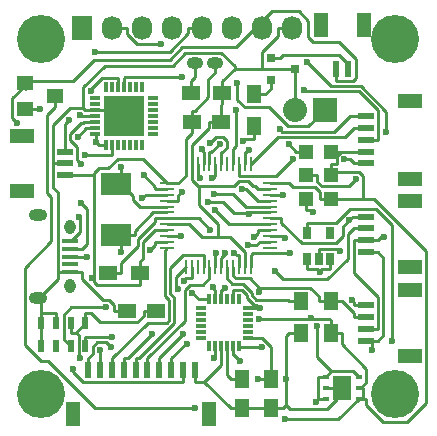
<source format=gtl>
G04 #@! TF.FileFunction,Copper,L1,Top,Signal*
%FSLAX46Y46*%
G04 Gerber Fmt 4.6, Leading zero omitted, Abs format (unit mm)*
G04 Created by KiCad (PCBNEW (after 2015-mar-04 BZR unknown)-product) date 20/07/2015 3:05:55 PM*
%MOMM*%
G01*
G04 APERTURE LIST*
%ADD10C,0.100000*%
%ADD11R,1.727200X2.032000*%
%ADD12O,1.727200X2.032000*%
%ADD13R,0.600000X1.350000*%
%ADD14R,1.200000X2.000000*%
%ADD15R,1.350000X0.600000*%
%ADD16R,2.000000X1.200000*%
%ADD17R,0.950000X0.299000*%
%ADD18R,0.299000X0.950000*%
%ADD19R,3.350000X3.350000*%
%ADD20R,0.850000X0.299000*%
%ADD21R,0.299000X0.850000*%
%ADD22C,4.064000*%
%ADD23R,2.032000X2.032000*%
%ADD24O,2.032000X2.032000*%
%ADD25O,1.400000X1.000000*%
%ADD26R,0.500000X1.000000*%
%ADD27R,0.600000X0.350000*%
%ADD28R,1.600000X2.100000*%
%ADD29R,0.650000X1.060000*%
%ADD30R,1.400000X1.200000*%
%ADD31R,2.600000X1.900000*%
%ADD32R,1.500000X1.250000*%
%ADD33R,1.250000X1.500000*%
%ADD34R,1.350000X0.400000*%
%ADD35O,0.950000X1.250000*%
%ADD36O,1.550000X1.000000*%
%ADD37R,1.198880X1.198880*%
%ADD38R,0.800100X0.800100*%
%ADD39R,1.300000X1.500000*%
%ADD40R,1.500000X1.300000*%
%ADD41R,1.300000X0.250000*%
%ADD42R,0.250000X1.300000*%
%ADD43C,0.600000*%
%ADD44C,0.250000*%
G04 APERTURE END LIST*
D10*
D11*
X134500000Y-130000000D03*
D12*
X137040000Y-130000000D03*
X139580000Y-130000000D03*
X142120000Y-130000000D03*
X144660000Y-130000000D03*
X147200000Y-130000000D03*
X149740000Y-130000000D03*
X152280000Y-130000000D03*
D13*
X156000000Y-133500000D03*
X157000000Y-133500000D03*
D14*
X154700000Y-129800000D03*
X158300000Y-129800000D03*
D15*
X158500000Y-153500000D03*
X158500000Y-154500000D03*
X158500000Y-155500000D03*
X158500000Y-156500000D03*
D16*
X162200000Y-152200000D03*
X162200000Y-157800000D03*
D15*
X158500000Y-146000000D03*
X158500000Y-147000000D03*
X158500000Y-148000000D03*
X158500000Y-149000000D03*
D16*
X162200000Y-144700000D03*
X162200000Y-150300000D03*
D15*
X158500000Y-137500000D03*
X158500000Y-138500000D03*
X158500000Y-139500000D03*
X158500000Y-140500000D03*
X158500000Y-141500000D03*
D16*
X162200000Y-136200000D03*
X162200000Y-142800000D03*
D15*
X133000000Y-140500000D03*
X133000000Y-141500000D03*
X133000000Y-142500000D03*
D16*
X129400000Y-139200000D03*
X129400000Y-143800000D03*
D13*
X135000000Y-159000000D03*
X136000000Y-159000000D03*
X137000000Y-159000000D03*
X138000000Y-159000000D03*
X139000000Y-159000000D03*
X140000000Y-159000000D03*
X141000000Y-159000000D03*
X142000000Y-159000000D03*
X143000000Y-159000000D03*
X144000000Y-159000000D03*
D14*
X145200000Y-162700000D03*
X133700000Y-162700000D03*
D17*
X135550000Y-136000000D03*
X135550000Y-136500000D03*
X135550000Y-137000000D03*
X135550000Y-137500000D03*
X135550000Y-138000000D03*
X135550000Y-138500000D03*
X135550000Y-139000000D03*
D18*
X136500000Y-139950000D03*
X137000000Y-139950000D03*
X137500000Y-139950000D03*
X138000000Y-139950000D03*
X138500000Y-139950000D03*
X139000000Y-139950000D03*
X139500000Y-139950000D03*
D17*
X140450000Y-139000000D03*
X140450000Y-138500000D03*
X140450000Y-138000000D03*
X140450000Y-137500000D03*
X140450000Y-137000000D03*
X140450000Y-136500000D03*
X140450000Y-136000000D03*
D18*
X139500000Y-135050000D03*
X139000000Y-135050000D03*
X138500000Y-135050000D03*
X138000000Y-135050000D03*
X137500000Y-135050000D03*
X137000000Y-135050000D03*
X136500000Y-135050000D03*
D19*
X138000000Y-137500000D03*
D20*
X144500000Y-153750000D03*
X144500000Y-154250000D03*
X144500000Y-154750000D03*
X144500000Y-155250000D03*
X144500000Y-155750000D03*
X144500000Y-156250000D03*
D21*
X145250000Y-157000000D03*
X145750000Y-157000000D03*
X146250000Y-157000000D03*
X146750000Y-157000000D03*
X147250000Y-157000000D03*
X147750000Y-157000000D03*
D20*
X148500000Y-156250000D03*
X148500000Y-155750000D03*
X148500000Y-155250000D03*
X148500000Y-154750000D03*
X148500000Y-154250000D03*
X148500000Y-153750000D03*
D21*
X147750000Y-153000000D03*
X147250000Y-153000000D03*
X146750000Y-153000000D03*
X146250000Y-153000000D03*
X145750000Y-153000000D03*
X145250000Y-153000000D03*
D22*
X131000000Y-161000000D03*
D23*
X155000000Y-137000000D03*
D24*
X152460000Y-137000000D03*
D25*
X144000000Y-133000000D03*
X145700000Y-133000000D03*
D22*
X161000000Y-161000000D03*
X131000000Y-131000000D03*
X161000000Y-131000000D03*
D26*
X134750000Y-155000000D03*
X133500000Y-155000000D03*
X132250000Y-155000000D03*
X131000000Y-155000000D03*
X131000000Y-157000000D03*
X132250000Y-157000000D03*
X133500000Y-157000000D03*
X134750000Y-157000000D03*
D27*
X155100000Y-159550000D03*
X155100000Y-161450000D03*
X155100000Y-160500000D03*
X157900000Y-161450000D03*
X157900000Y-160500000D03*
X157900000Y-159550000D03*
D28*
X156500000Y-160500000D03*
D29*
X153550000Y-149600000D03*
X154500000Y-149600000D03*
X155450000Y-149600000D03*
X155450000Y-147400000D03*
X153550000Y-147400000D03*
D30*
X129600000Y-134700000D03*
X129600000Y-136900000D03*
X132200000Y-135800000D03*
D31*
X137300000Y-147550000D03*
X137300000Y-143250000D03*
D32*
X140750000Y-154000000D03*
X138250000Y-154000000D03*
D33*
X148000000Y-159750000D03*
X148000000Y-162250000D03*
X150500000Y-159750000D03*
X150500000Y-162250000D03*
D32*
X143750000Y-138000000D03*
X146250000Y-138000000D03*
D34*
X133462540Y-148099100D03*
X133462540Y-148749100D03*
X133462540Y-149399100D03*
X133462540Y-150049100D03*
X133462540Y-150699100D03*
D35*
X133462540Y-146899100D03*
X133462540Y-151899100D03*
D36*
X130762540Y-145899100D03*
X130762540Y-152899100D03*
D37*
X153450980Y-140500000D03*
X155549020Y-140500000D03*
X153450980Y-144500000D03*
X155549020Y-144500000D03*
X153450980Y-142500000D03*
X155549020Y-142500000D03*
D38*
X150499240Y-132550000D03*
X150499240Y-134450000D03*
X152498220Y-133500000D03*
D39*
X149000000Y-138350000D03*
X149000000Y-135650000D03*
X155500000Y-155850000D03*
X155500000Y-153150000D03*
D40*
X139350000Y-150800000D03*
X136650000Y-150800000D03*
D39*
X153000000Y-153150000D03*
X153000000Y-155850000D03*
D40*
X143650000Y-135500000D03*
X146350000Y-135500000D03*
D41*
X141650000Y-143150000D03*
X141650000Y-143650000D03*
X141650000Y-144150000D03*
X141650000Y-144650000D03*
X141650000Y-145150000D03*
X141650000Y-145650000D03*
X141650000Y-146150000D03*
X141650000Y-146650000D03*
X141650000Y-147150000D03*
X141650000Y-147650000D03*
X141650000Y-148150000D03*
X141650000Y-148650000D03*
D42*
X143250000Y-150250000D03*
X143750000Y-150250000D03*
X144250000Y-150250000D03*
X144750000Y-150250000D03*
X145250000Y-150250000D03*
X145750000Y-150250000D03*
X146250000Y-150250000D03*
X146750000Y-150250000D03*
X147250000Y-150250000D03*
X147750000Y-150250000D03*
X148250000Y-150250000D03*
X148750000Y-150250000D03*
D41*
X150350000Y-148650000D03*
X150350000Y-148150000D03*
X150350000Y-147650000D03*
X150350000Y-147150000D03*
X150350000Y-146650000D03*
X150350000Y-146150000D03*
X150350000Y-145650000D03*
X150350000Y-145150000D03*
X150350000Y-144650000D03*
X150350000Y-144150000D03*
X150350000Y-143650000D03*
X150350000Y-143150000D03*
D42*
X148750000Y-141550000D03*
X148250000Y-141550000D03*
X147750000Y-141550000D03*
X147250000Y-141550000D03*
X146750000Y-141550000D03*
X146250000Y-141550000D03*
X145750000Y-141550000D03*
X145250000Y-141550000D03*
X144750000Y-141550000D03*
X144250000Y-141550000D03*
X143750000Y-141550000D03*
X143250000Y-141550000D03*
D43*
X160697400Y-156579200D03*
X149364700Y-159750000D03*
X134289900Y-158015300D03*
X156671900Y-141156500D03*
X159024200Y-157308600D03*
X151750000Y-159752600D03*
X149509600Y-153750000D03*
X156286100Y-148950400D03*
X144049300Y-162218700D03*
X154244500Y-161680200D03*
X154343300Y-155293500D03*
X154592100Y-150667100D03*
X151675100Y-163182500D03*
X152049700Y-149107000D03*
X145620700Y-157939300D03*
X146577600Y-152017300D03*
X149451700Y-154655500D03*
X153866000Y-154568700D03*
X135342000Y-151241900D03*
X137741100Y-149023500D03*
X134126600Y-139249200D03*
X137740300Y-141795000D03*
X130878900Y-136900000D03*
X135646200Y-139682600D03*
X134227600Y-146053000D03*
X134336500Y-144883500D03*
X134336500Y-141514500D03*
X134888400Y-149399100D03*
X134279700Y-137442100D03*
X160060400Y-147762900D03*
X128930000Y-138050000D03*
X133664600Y-158948000D03*
X151994900Y-139899500D03*
X154037300Y-145608400D03*
X157633000Y-142853400D03*
X147825300Y-158244400D03*
X147619400Y-134724100D03*
X145708400Y-145460800D03*
X145636300Y-144061600D03*
X135580400Y-132041100D03*
X145303100Y-139777500D03*
X145506100Y-142760300D03*
X144635200Y-140241600D03*
X141169800Y-131379100D03*
X144439500Y-142707100D03*
X142801000Y-147650000D03*
X136887300Y-157007000D03*
X140256800Y-148840200D03*
X136001400Y-157276100D03*
X142551800Y-152092500D03*
X140389100Y-155969100D03*
X145769300Y-149093900D03*
X143045400Y-155964600D03*
X143349900Y-156765000D03*
X146569700Y-149089600D03*
X157054500Y-146331900D03*
X160240100Y-138804900D03*
X153505100Y-132943600D03*
X142885000Y-134159100D03*
X135234400Y-135331000D03*
X133386700Y-137794200D03*
X148633300Y-145776300D03*
X150793400Y-150642000D03*
X145113900Y-144796400D03*
X157324200Y-153081500D03*
X147370100Y-149099500D03*
X143808100Y-152442200D03*
X136521700Y-153698500D03*
X145592400Y-151958300D03*
X137028900Y-156174700D03*
X149486700Y-152409900D03*
X148021800Y-143633400D03*
X148107700Y-139602400D03*
X148558000Y-140379600D03*
X139687200Y-142492900D03*
X139558800Y-144458700D03*
X142892700Y-143894700D03*
X151642500Y-147855200D03*
X149014000Y-147765700D03*
X151515700Y-144150000D03*
X151209200Y-138619300D03*
X145312400Y-147107500D03*
X153245900Y-135258800D03*
X146103500Y-139888100D03*
X143060800Y-151420600D03*
X147525800Y-136959700D03*
X152306400Y-141137800D03*
X134739000Y-140750300D03*
X148554100Y-148437800D03*
X149676400Y-157072200D03*
D44*
X133500000Y-155000000D02*
X133500000Y-155825300D01*
X153550000Y-147400000D02*
X153550000Y-146544700D01*
X150500000Y-159750000D02*
X150500000Y-158674700D01*
X150500000Y-159750000D02*
X149549700Y-159750000D01*
X149738600Y-156250000D02*
X148500000Y-156250000D01*
X150500000Y-157011400D02*
X149738600Y-156250000D01*
X150500000Y-158674700D02*
X150500000Y-157011400D01*
X149549700Y-159750000D02*
X149364700Y-159750000D01*
X134750000Y-155000000D02*
X134750000Y-154174700D01*
X135181400Y-154174700D02*
X134750000Y-154174700D01*
X135957000Y-154950300D02*
X135181400Y-154174700D01*
X139148400Y-154950300D02*
X135957000Y-154950300D01*
X139674700Y-154424000D02*
X139148400Y-154950300D01*
X139674700Y-154000000D02*
X139674700Y-154424000D01*
X140750000Y-154000000D02*
X139674700Y-154000000D01*
X155938600Y-146544700D02*
X153550000Y-146544700D01*
X157113000Y-145370300D02*
X155938600Y-146544700D01*
X159371700Y-145370300D02*
X157113000Y-145370300D01*
X160697400Y-146696000D02*
X159371700Y-145370300D01*
X160697400Y-156579200D02*
X160697400Y-146696000D01*
X133500000Y-155825300D02*
X133924700Y-155825300D01*
X133924700Y-155825300D02*
X134750000Y-155000000D01*
X134165800Y-157891200D02*
X134289900Y-158015300D01*
X134165800Y-156066400D02*
X134165800Y-157891200D01*
X133924700Y-155825300D02*
X134165800Y-156066400D01*
X152498200Y-133500000D02*
X152498200Y-134225400D01*
X146350000Y-135875000D02*
X146350000Y-136475300D01*
X146250000Y-136575300D02*
X146250000Y-138000000D01*
X146350000Y-136475300D02*
X146250000Y-136575300D01*
X146350000Y-135875000D02*
X146350000Y-135500000D01*
X146350000Y-135500000D02*
X146350000Y-134524700D01*
X152460000Y-137000000D02*
X152460000Y-135658700D01*
X147250000Y-153000000D02*
X147250000Y-152249700D01*
X150350000Y-143650000D02*
X149374700Y-143650000D01*
X143750000Y-142037600D02*
X143750000Y-142525300D01*
X146250000Y-138000000D02*
X145174700Y-138000000D01*
X143750000Y-142037600D02*
X143750000Y-141550000D01*
X143750000Y-139951700D02*
X143750000Y-140574700D01*
X145174700Y-138527000D02*
X143750000Y-139951700D01*
X145174700Y-138000000D02*
X145174700Y-138527000D01*
X143750000Y-141550000D02*
X143750000Y-140574700D01*
X158500000Y-149000000D02*
X159500300Y-149000000D01*
X138250000Y-154000000D02*
X137174700Y-154000000D01*
X133462500Y-150699100D02*
X134462800Y-150699100D01*
X137500000Y-137000000D02*
X135550000Y-137000000D01*
X138000000Y-137500000D02*
X137500000Y-137000000D01*
X135550000Y-137000000D02*
X134749700Y-137000000D01*
X144000000Y-159000000D02*
X144000000Y-160000300D01*
X146250000Y-158558700D02*
X144808400Y-160000300D01*
X146250000Y-157000000D02*
X146250000Y-158558700D01*
X144808400Y-160000300D02*
X144000000Y-160000300D01*
X150500000Y-162250000D02*
X148000000Y-162250000D01*
X147049700Y-162241600D02*
X144808400Y-160000300D01*
X147049700Y-162250000D02*
X147049700Y-162241600D01*
X148000000Y-162250000D02*
X147049700Y-162250000D01*
X158500000Y-141500000D02*
X157499700Y-141500000D01*
X153000000Y-155850000D02*
X152024700Y-155850000D01*
X152498200Y-133500000D02*
X151772900Y-133500000D01*
X147383800Y-133490900D02*
X146350000Y-134524700D01*
X152280000Y-130000000D02*
X151091100Y-130000000D01*
X151091100Y-130691900D02*
X151091100Y-130000000D01*
X149741300Y-132041700D02*
X151091100Y-130691900D01*
X149741300Y-133490900D02*
X149741300Y-132041700D01*
X147383800Y-133490900D02*
X149741300Y-133490900D01*
X151763800Y-133490900D02*
X151772900Y-133500000D01*
X149741300Y-133490900D02*
X151763800Y-133490900D01*
X158500000Y-156500000D02*
X159009200Y-156500000D01*
X159009200Y-156500000D02*
X159500300Y-156500000D01*
X159009200Y-157293600D02*
X159024200Y-157308600D01*
X159009200Y-156500000D02*
X159009200Y-157293600D01*
X133462500Y-150699100D02*
X132462200Y-150699100D01*
X130762500Y-152899100D02*
X130854600Y-152899100D01*
X130854600Y-152899100D02*
X130946700Y-152899100D01*
X152460000Y-134263600D02*
X152460000Y-135658700D01*
X152498200Y-134225400D02*
X152460000Y-134263600D01*
X148500000Y-153750000D02*
X149250300Y-153750000D01*
X156500000Y-160500000D02*
X156500000Y-160837400D01*
X155100000Y-160500000D02*
X155725300Y-160500000D01*
X151750000Y-156124700D02*
X151750000Y-159752600D01*
X152024700Y-155850000D02*
X151750000Y-156124700D01*
X150500000Y-162250000D02*
X151450300Y-162250000D01*
X156500000Y-160837400D02*
X156062700Y-160837400D01*
X156062700Y-160837400D02*
X155725300Y-160500000D01*
X151750000Y-159752600D02*
X151750000Y-161950300D01*
X151750000Y-161950300D02*
X151450300Y-162250000D01*
X132250000Y-155000000D02*
X132250000Y-154174700D01*
X131000000Y-154174700D02*
X132250000Y-154174700D01*
X131000000Y-152952400D02*
X131000000Y-154174700D01*
X130946700Y-152899100D02*
X131000000Y-152952400D01*
X131000000Y-154174700D02*
X131000000Y-155000000D01*
X131000000Y-157000000D02*
X131000000Y-155000000D01*
X133000000Y-141500000D02*
X131999700Y-141500000D01*
X131999700Y-138268200D02*
X131999700Y-141500000D01*
X133451100Y-136816800D02*
X131999700Y-138268200D01*
X134566500Y-136816800D02*
X133451100Y-136816800D01*
X134566500Y-136816800D02*
X134749700Y-137000000D01*
X132462200Y-151291500D02*
X132462200Y-150699100D01*
X130854600Y-152899100D02*
X132462200Y-151291500D01*
X149250300Y-153750000D02*
X149509600Y-153750000D01*
X149250300Y-153558600D02*
X149250300Y-153750000D01*
X149177200Y-153485500D02*
X149250300Y-153558600D01*
X149041100Y-153485500D02*
X149177200Y-153485500D01*
X148411100Y-152855500D02*
X149041100Y-153485500D01*
X148411100Y-152625100D02*
X148411100Y-152855500D01*
X148035700Y-152249700D02*
X148411100Y-152625100D01*
X147250000Y-152249700D02*
X148035700Y-152249700D01*
X156062700Y-161433800D02*
X156062700Y-160837400D01*
X155191000Y-162305500D02*
X156062700Y-161433800D01*
X152105200Y-162305500D02*
X155191000Y-162305500D01*
X151750000Y-161950300D02*
X152105200Y-162305500D01*
X156080400Y-148744700D02*
X154500000Y-148744700D01*
X156286100Y-148950400D02*
X156080400Y-148744700D01*
X154500000Y-149600000D02*
X154500000Y-148744700D01*
X132462200Y-143991300D02*
X132462200Y-150699100D01*
X131999700Y-143528800D02*
X132462200Y-143991300D01*
X131999700Y-141500000D02*
X131999700Y-143528800D01*
X134566500Y-135067600D02*
X134566500Y-136816800D01*
X136410900Y-133223200D02*
X134566500Y-135067600D01*
X142125200Y-133223200D02*
X136410900Y-133223200D01*
X143209200Y-132139200D02*
X142125200Y-133223200D01*
X146247500Y-132139200D02*
X143209200Y-132139200D01*
X147383800Y-133275500D02*
X146247500Y-132139200D01*
X147383800Y-133490900D02*
X147383800Y-133275500D01*
X134462800Y-151288100D02*
X134462800Y-150699100D01*
X136247900Y-153073200D02*
X134462800Y-151288100D01*
X136780800Y-153073200D02*
X136247900Y-153073200D01*
X137174700Y-153467100D02*
X136780800Y-153073200D01*
X137174700Y-154000000D02*
X137174700Y-153467100D01*
X157156200Y-141156500D02*
X156671900Y-141156500D01*
X157499700Y-141500000D02*
X157156200Y-141156500D01*
X143750000Y-142901900D02*
X143750000Y-142525300D01*
X144356000Y-143507800D02*
X143750000Y-142901900D01*
X144429800Y-143434000D02*
X144356000Y-143507800D01*
X144446300Y-143434000D02*
X144429800Y-143434000D01*
X144461500Y-143418800D02*
X144446300Y-143434000D01*
X147352100Y-143418800D02*
X144461500Y-143418800D01*
X147762800Y-143008100D02*
X147352100Y-143418800D01*
X148491200Y-143008100D02*
X147762800Y-143008100D01*
X148901900Y-143418800D02*
X148491200Y-143008100D01*
X149143500Y-143418800D02*
X148901900Y-143418800D01*
X149374700Y-143650000D02*
X149143500Y-143418800D01*
X145960500Y-146638900D02*
X145960500Y-147735300D01*
X144355900Y-145034300D02*
X145960500Y-146638900D01*
X144355900Y-143507900D02*
X144355900Y-145034300D01*
X144356000Y-143507800D02*
X144355900Y-143507900D01*
X146967100Y-147735300D02*
X145960500Y-147735300D01*
X148250000Y-149018200D02*
X146967100Y-147735300D01*
X148250000Y-150250000D02*
X148250000Y-149018200D01*
X143504700Y-146650000D02*
X141650000Y-146650000D01*
X144590000Y-147735300D02*
X143504700Y-146650000D01*
X145960500Y-147735300D02*
X144590000Y-147735300D01*
X159977900Y-149477600D02*
X159500300Y-149000000D01*
X159977900Y-156022400D02*
X159977900Y-149477600D01*
X159500300Y-156500000D02*
X159977900Y-156022400D01*
X132200000Y-135800000D02*
X132200000Y-136725300D01*
X155100000Y-161450000D02*
X154474700Y-161450000D01*
X154244500Y-161680200D02*
X154474700Y-161450000D01*
X154474700Y-159550000D02*
X154474700Y-161450000D01*
X155100000Y-159550000D02*
X154474700Y-159550000D01*
X153550000Y-149600000D02*
X153550000Y-150455300D01*
X155450000Y-149600000D02*
X155450000Y-150455300D01*
X135580500Y-162218700D02*
X144049300Y-162218700D01*
X131603400Y-158241600D02*
X135580500Y-162218700D01*
X131012600Y-158241600D02*
X131603400Y-158241600D01*
X129654400Y-156883400D02*
X131012600Y-158241600D01*
X129654400Y-150314700D02*
X129654400Y-156883400D01*
X131867600Y-148101500D02*
X129654400Y-150314700D01*
X131867600Y-144351900D02*
X131867600Y-148101500D01*
X131504300Y-143988600D02*
X131867600Y-144351900D01*
X131504300Y-137421000D02*
X131504300Y-143988600D01*
X132200000Y-136725300D02*
X131504300Y-137421000D01*
X155554200Y-159095800D02*
X155100000Y-159550000D01*
X157445800Y-159095800D02*
X155554200Y-159095800D01*
X157900000Y-159550000D02*
X157445800Y-159095800D01*
X154343300Y-157884900D02*
X154343300Y-155293500D01*
X155554200Y-159095800D02*
X154343300Y-157884900D01*
X154380300Y-150455300D02*
X153550000Y-150455300D01*
X154592100Y-150667100D02*
X154380300Y-150455300D01*
X154803900Y-150455300D02*
X154592100Y-150667100D01*
X155450000Y-150455300D02*
X154803900Y-150455300D01*
X146750000Y-159450300D02*
X146750000Y-157000000D01*
X147049700Y-159750000D02*
X146750000Y-159450300D01*
X148000000Y-159750000D02*
X147049700Y-159750000D01*
X145158000Y-134367300D02*
X145700000Y-133825300D01*
X145158000Y-135879300D02*
X145158000Y-134367300D01*
X143987600Y-137049700D02*
X145158000Y-135879300D01*
X143750000Y-137049700D02*
X143987600Y-137049700D01*
X143750000Y-138000000D02*
X143750000Y-137049700D01*
X139350000Y-150800000D02*
X139350000Y-149824700D01*
X155549000Y-140500000D02*
X156473700Y-140500000D01*
X158500000Y-140500000D02*
X157499700Y-140500000D01*
X141162400Y-147150000D02*
X140674700Y-147150000D01*
X145700000Y-133000000D02*
X145700000Y-133825300D01*
X141162400Y-147150000D02*
X141650000Y-147150000D01*
X156473700Y-140500000D02*
X157499700Y-140500000D01*
X145750000Y-157000000D02*
X145750000Y-157750300D01*
X145620700Y-157879600D02*
X145620700Y-157939300D01*
X145750000Y-157750300D02*
X145620700Y-157879600D01*
X151984700Y-143150000D02*
X150350000Y-143150000D01*
X152359400Y-143524700D02*
X151984700Y-143150000D01*
X154209300Y-143524700D02*
X152359400Y-143524700D01*
X154624300Y-143939700D02*
X154209300Y-143524700D01*
X154624300Y-144500000D02*
X154624300Y-143939700D01*
X155528700Y-144500000D02*
X154624300Y-144500000D01*
X139350000Y-150800000D02*
X139350000Y-151775300D01*
X158212700Y-161450000D02*
X158212700Y-160500000D01*
X157900000Y-160500000D02*
X158056400Y-160500000D01*
X158056400Y-160500000D02*
X158212700Y-160500000D01*
X156475300Y-156825300D02*
X156475300Y-155850000D01*
X158525400Y-158875400D02*
X156475300Y-156825300D01*
X158525400Y-160031000D02*
X158525400Y-158875400D01*
X158056400Y-160500000D02*
X158525400Y-160031000D01*
X155500000Y-155850000D02*
X156475300Y-155850000D01*
X155528700Y-144500000D02*
X155549000Y-144500000D01*
X148750000Y-150250000D02*
X148750000Y-149274700D01*
X146345200Y-152249700D02*
X146577600Y-152017300D01*
X146250000Y-152249700D02*
X146345200Y-152249700D01*
X146250000Y-153000000D02*
X146250000Y-152249700D01*
X148917700Y-149107000D02*
X152049700Y-149107000D01*
X148750000Y-149274700D02*
X148917700Y-149107000D01*
X155500000Y-155850000D02*
X155500000Y-154774700D01*
X153866000Y-154655500D02*
X153866000Y-154568700D01*
X155380800Y-154655500D02*
X153866000Y-154655500D01*
X155500000Y-154774700D02*
X155380800Y-154655500D01*
X153866000Y-154655500D02*
X149451700Y-154655500D01*
X143750000Y-138000000D02*
X143750000Y-138950300D01*
X135483600Y-151241900D02*
X135342000Y-151241900D01*
X135483600Y-151500600D02*
X135483600Y-151241900D01*
X135758300Y-151775300D02*
X135483600Y-151500600D01*
X139350000Y-151775300D02*
X135758300Y-151775300D01*
X141650000Y-143150000D02*
X142625300Y-143150000D01*
X143250000Y-139450300D02*
X143750000Y-138950300D01*
X143250000Y-141550000D02*
X143250000Y-139450300D01*
X143250000Y-142525300D02*
X142625300Y-143150000D01*
X156167500Y-163182500D02*
X151675100Y-163182500D01*
X157900000Y-161450000D02*
X156167500Y-163182500D01*
X155549000Y-142500000D02*
X155549000Y-142218800D01*
X155549000Y-142218800D02*
X155549000Y-141575300D01*
X157900000Y-161450000D02*
X158212700Y-161450000D01*
X158212700Y-161450000D02*
X158525300Y-161450000D01*
X157946800Y-142218800D02*
X155549000Y-142218800D01*
X158258400Y-142530400D02*
X157946800Y-142218800D01*
X158258400Y-144500000D02*
X158258400Y-142530400D01*
X159179200Y-144500000D02*
X158258400Y-144500000D01*
X163564900Y-148885700D02*
X159179200Y-144500000D01*
X163564900Y-161779100D02*
X163564900Y-148885700D01*
X161980700Y-163363300D02*
X163564900Y-161779100D01*
X159938300Y-163363300D02*
X161980700Y-163363300D01*
X158525300Y-161950300D02*
X159938300Y-163363300D01*
X158525300Y-161450000D02*
X158525300Y-161950300D01*
X158258400Y-144500000D02*
X155549000Y-144500000D01*
X143250000Y-141550000D02*
X143250000Y-142525300D01*
X133000000Y-142500000D02*
X135513800Y-142500000D01*
X135513800Y-142296900D02*
X135513800Y-142500000D01*
X135893700Y-141917000D02*
X135513800Y-142296900D01*
X136684200Y-141917000D02*
X135893700Y-141917000D01*
X137475200Y-141126000D02*
X136684200Y-141917000D01*
X139626000Y-141126000D02*
X137475200Y-141126000D01*
X141650000Y-143150000D02*
X139626000Y-141126000D01*
X135513800Y-151211700D02*
X135483600Y-151241900D01*
X135513800Y-142500000D02*
X135513800Y-151211700D01*
X155985400Y-141575300D02*
X155549000Y-141575300D01*
X156046700Y-141514000D02*
X155985400Y-141575300D01*
X156046700Y-141415600D02*
X156046700Y-141514000D01*
X156046600Y-141415500D02*
X156046700Y-141415600D01*
X156046600Y-140897500D02*
X156046600Y-141415500D01*
X156412900Y-140531200D02*
X156046600Y-140897500D01*
X156442600Y-140531200D02*
X156412900Y-140531200D01*
X156473700Y-140500100D02*
X156442600Y-140531200D01*
X156473700Y-140500000D02*
X156473700Y-140500100D01*
X139631500Y-149543200D02*
X139350000Y-149824700D01*
X139631500Y-148193200D02*
X139631500Y-149543200D01*
X140674700Y-147150000D02*
X139631500Y-148193200D01*
X141650000Y-145650000D02*
X140674700Y-145650000D01*
X137300000Y-147550000D02*
X138112700Y-147550000D01*
X138112700Y-147550000D02*
X138925300Y-147550000D01*
X137741100Y-147921600D02*
X137741100Y-149023500D01*
X138112700Y-147550000D02*
X137741100Y-147921600D01*
X138925300Y-147229000D02*
X138925300Y-147550000D01*
X140504300Y-145650000D02*
X138925300Y-147229000D01*
X140674700Y-145650000D02*
X140504300Y-145650000D01*
X135550000Y-138500000D02*
X134749700Y-138500000D01*
X134749700Y-138626100D02*
X134126600Y-139249200D01*
X134749700Y-138500000D02*
X134749700Y-138626100D01*
X137300000Y-143250000D02*
X137706400Y-143250000D01*
X138796700Y-144272500D02*
X137740300Y-143216100D01*
X138796700Y-144593900D02*
X138796700Y-144272500D01*
X139352800Y-145150000D02*
X138796700Y-144593900D01*
X141650000Y-145150000D02*
X139352800Y-145150000D01*
X137706400Y-143250000D02*
X137740300Y-143216100D01*
X137740300Y-143216100D02*
X137740300Y-141795000D01*
X129600000Y-136900000D02*
X130625300Y-136900000D01*
X130625300Y-136900000D02*
X130878900Y-136900000D01*
X135646200Y-139096200D02*
X135550000Y-139000000D01*
X135646200Y-139682600D02*
X135646200Y-139096200D01*
X135913600Y-139950000D02*
X135646200Y-139682600D01*
X136500000Y-139950000D02*
X135913600Y-139950000D01*
X134314200Y-146139600D02*
X134227600Y-146053000D01*
X134314200Y-147333600D02*
X134314200Y-146139600D01*
X133548700Y-148099100D02*
X134314200Y-147333600D01*
X133462500Y-148099100D02*
X133548700Y-148099100D01*
X134606400Y-138000000D02*
X135550000Y-138000000D01*
X134506100Y-138100300D02*
X134606400Y-138000000D01*
X134362400Y-138100300D02*
X134506100Y-138100300D01*
X133475800Y-138986900D02*
X134362400Y-138100300D01*
X133475800Y-139514000D02*
X133475800Y-138986900D01*
X134043100Y-140081300D02*
X133475800Y-139514000D01*
X134043100Y-141221100D02*
X134043100Y-140081300D01*
X134336500Y-141514500D02*
X134043100Y-141221100D01*
X133462500Y-148749100D02*
X134462800Y-148749100D01*
X134852900Y-145399900D02*
X134336500Y-144883500D01*
X134852900Y-148359000D02*
X134852900Y-145399900D01*
X134462800Y-148749100D02*
X134852900Y-148359000D01*
X134337600Y-137500000D02*
X135550000Y-137500000D01*
X134279700Y-137442100D02*
X134337600Y-137500000D01*
X133462500Y-149399100D02*
X134888400Y-149399100D01*
X149740000Y-130000000D02*
X149145600Y-130000000D01*
X157441500Y-134500300D02*
X156000000Y-134500300D01*
X157677600Y-134264200D02*
X157441500Y-134500300D01*
X157677600Y-132648100D02*
X157677600Y-134264200D01*
X156225100Y-131195600D02*
X157677600Y-132648100D01*
X154033500Y-131195600D02*
X156225100Y-131195600D01*
X153610700Y-130772800D02*
X154033500Y-131195600D01*
X153610700Y-129426000D02*
X153610700Y-130772800D01*
X152818200Y-128633500D02*
X153610700Y-129426000D01*
X150512100Y-128633500D02*
X152818200Y-128633500D01*
X149145600Y-130000000D02*
X150512100Y-128633500D01*
X156000000Y-133500000D02*
X156000000Y-134500300D01*
X159737400Y-147762900D02*
X160060400Y-147762900D01*
X159500300Y-148000000D02*
X159737400Y-147762900D01*
X147482300Y-131663300D02*
X149145600Y-130000000D01*
X142927500Y-131663300D02*
X147482300Y-131663300D01*
X141870000Y-132720800D02*
X142927500Y-131663300D01*
X135507800Y-132720800D02*
X141870000Y-132720800D01*
X133672600Y-134556000D02*
X135507800Y-132720800D01*
X130206600Y-134556000D02*
X133672600Y-134556000D01*
X129600000Y-135162600D02*
X130206600Y-134556000D01*
X129600000Y-134700000D02*
X129600000Y-134931300D01*
X129600000Y-134931300D02*
X129600000Y-135162600D01*
X128574600Y-137694600D02*
X128930000Y-138050000D01*
X128574600Y-135956700D02*
X128574600Y-137694600D01*
X129600000Y-134931300D02*
X128574600Y-135956700D01*
X134544400Y-160000300D02*
X143000000Y-160000300D01*
X133664600Y-159120500D02*
X134544400Y-160000300D01*
X133664600Y-158948000D02*
X133664600Y-159120500D01*
X143000000Y-159000000D02*
X143000000Y-160000300D01*
X158659300Y-148000000D02*
X159500300Y-148000000D01*
X158659300Y-148000000D02*
X158500000Y-148000000D01*
X159500300Y-152814200D02*
X159500300Y-155500000D01*
X157499700Y-150813600D02*
X159500300Y-152814200D01*
X157499700Y-148000000D02*
X157499700Y-150813600D01*
X158500000Y-148000000D02*
X157499700Y-148000000D01*
X158500000Y-155500000D02*
X159500300Y-155500000D01*
X153451000Y-140500000D02*
X152526300Y-140500000D01*
X152526300Y-140430900D02*
X151994900Y-139899500D01*
X152526300Y-140500000D02*
X152526300Y-140430900D01*
X153451000Y-144500000D02*
X153451000Y-145424700D01*
X153853600Y-145424700D02*
X154037300Y-145608400D01*
X153451000Y-145424700D02*
X153853600Y-145424700D01*
X153451000Y-142500000D02*
X154375700Y-142500000D01*
X157061600Y-143424800D02*
X157633000Y-142853400D01*
X154751400Y-143424800D02*
X157061600Y-143424800D01*
X154375700Y-143049100D02*
X154751400Y-143424800D01*
X154375700Y-142500000D02*
X154375700Y-143049100D01*
X147331200Y-157750300D02*
X147825300Y-158244400D01*
X147250000Y-157750300D02*
X147331200Y-157750300D01*
X147250000Y-157000000D02*
X147250000Y-157750300D01*
X147619400Y-136135800D02*
X147619400Y-134724100D01*
X148244400Y-136760800D02*
X147619400Y-136135800D01*
X150269200Y-136760800D02*
X148244400Y-136760800D01*
X151876500Y-138368100D02*
X150269200Y-136760800D01*
X153631900Y-138368100D02*
X151876500Y-138368100D01*
X155000000Y-137000000D02*
X153631900Y-138368100D01*
X150350000Y-146650000D02*
X149374700Y-146650000D01*
X146897600Y-146650000D02*
X145708400Y-145460800D01*
X149374700Y-146650000D02*
X146897600Y-146650000D01*
X147272100Y-144061600D02*
X145636300Y-144061600D01*
X148360500Y-145150000D02*
X147272100Y-144061600D01*
X150350000Y-145150000D02*
X148360500Y-145150000D01*
X144660000Y-130000000D02*
X143471100Y-130000000D01*
X135580400Y-132041000D02*
X135580400Y-132041100D01*
X141912900Y-132041000D02*
X135580400Y-132041000D01*
X143471100Y-130482800D02*
X141912900Y-132041000D01*
X143471100Y-130000000D02*
X143471100Y-130482800D01*
X146250000Y-141550000D02*
X146250000Y-140574700D01*
X145818800Y-139261800D02*
X145303100Y-139777500D01*
X146363900Y-139261800D02*
X145818800Y-139261800D01*
X146728800Y-139626700D02*
X146363900Y-139261800D01*
X146728800Y-140158700D02*
X146728800Y-139626700D01*
X146312800Y-140574700D02*
X146728800Y-140158700D01*
X146250000Y-140574700D02*
X146312800Y-140574700D01*
X145750000Y-141550000D02*
X145750000Y-142525300D01*
X145515000Y-142760300D02*
X145506100Y-142760300D01*
X145750000Y-142525300D02*
X145515000Y-142760300D01*
X137040000Y-130000000D02*
X138228900Y-130000000D01*
X144750000Y-141550000D02*
X144750000Y-140574700D01*
X144635200Y-140459900D02*
X144635200Y-140241600D01*
X144750000Y-140574700D02*
X144635200Y-140459900D01*
X141169800Y-131379000D02*
X141169800Y-131379100D01*
X139087800Y-131379000D02*
X141169800Y-131379000D01*
X138228900Y-130520100D02*
X139087800Y-131379000D01*
X138228900Y-130000000D02*
X138228900Y-130520100D01*
X144257700Y-142525300D02*
X144439500Y-142707100D01*
X144250000Y-142525300D02*
X144257700Y-142525300D01*
X144250000Y-141550000D02*
X144250000Y-142525300D01*
X157000000Y-133053700D02*
X157000000Y-133500000D01*
X156258400Y-132312100D02*
X157000000Y-133053700D01*
X151462500Y-132312100D02*
X156258400Y-132312100D01*
X151224600Y-132550000D02*
X151462500Y-132312100D01*
X150499200Y-132550000D02*
X151224600Y-132550000D01*
X135000000Y-159000000D02*
X135000000Y-157999700D01*
X141650000Y-147650000D02*
X142625300Y-147650000D01*
X142625300Y-147650000D02*
X142801000Y-147650000D01*
X135359300Y-157640400D02*
X135000000Y-157999700D01*
X135359300Y-157033900D02*
X135359300Y-157640400D01*
X135742400Y-156650800D02*
X135359300Y-157033900D01*
X136531100Y-156650800D02*
X135742400Y-156650800D01*
X136887300Y-157007000D02*
X136531100Y-156650800D01*
X136001400Y-157998300D02*
X136000000Y-157999700D01*
X136001400Y-157276100D02*
X136001400Y-157998300D01*
X136000000Y-159000000D02*
X136000000Y-157999700D01*
X141650000Y-148150000D02*
X140674700Y-148150000D01*
X140674700Y-148422300D02*
X140256800Y-148840200D01*
X140674700Y-148150000D02*
X140674700Y-148422300D01*
X140012000Y-154987700D02*
X137000000Y-157999700D01*
X141630500Y-154987700D02*
X140012000Y-154987700D01*
X141825400Y-154792800D02*
X141630500Y-154987700D01*
X141825400Y-153045700D02*
X141825400Y-154792800D01*
X141475900Y-152696200D02*
X141825400Y-153045700D01*
X141475900Y-148824100D02*
X141475900Y-152696200D01*
X141650000Y-148650000D02*
X141475900Y-148824100D01*
X137000000Y-159000000D02*
X137000000Y-157999700D01*
X138358500Y-157999700D02*
X138000000Y-157999700D01*
X140389100Y-155969100D02*
X138358500Y-157999700D01*
X138000000Y-159000000D02*
X138000000Y-157999700D01*
X142420100Y-151960800D02*
X142551800Y-152092500D01*
X142420100Y-151079900D02*
X142420100Y-151960800D01*
X143250000Y-150250000D02*
X142420100Y-151079900D01*
X139255400Y-157999700D02*
X139000000Y-157999700D01*
X142280600Y-154974500D02*
X139255400Y-157999700D01*
X142280600Y-152864000D02*
X142280600Y-154974500D01*
X141926300Y-152509700D02*
X142280600Y-152864000D01*
X141926300Y-150318600D02*
X141926300Y-152509700D01*
X142970200Y-149274700D02*
X141926300Y-150318600D01*
X144750000Y-149274700D02*
X142970200Y-149274700D01*
X144750000Y-150250000D02*
X144750000Y-149274700D01*
X139000000Y-159000000D02*
X139000000Y-157999700D01*
X145250000Y-150250000D02*
X145250000Y-151225300D01*
X140000000Y-159000000D02*
X140000000Y-157999700D01*
X144700400Y-151774900D02*
X145250000Y-151225300D01*
X143590900Y-151774900D02*
X144700400Y-151774900D01*
X143177300Y-152188500D02*
X143590900Y-151774900D01*
X143177300Y-154822400D02*
X143177300Y-152188500D01*
X140000000Y-157999700D02*
X143177300Y-154822400D01*
X145750000Y-150250000D02*
X145750000Y-149274700D01*
X141000000Y-159000000D02*
X141000000Y-157999700D01*
X145750000Y-149113200D02*
X145769300Y-149093900D01*
X145750000Y-149274700D02*
X145750000Y-149113200D01*
X143035100Y-155964600D02*
X143045400Y-155964600D01*
X141000000Y-157999700D02*
X143035100Y-155964600D01*
X142000000Y-159000000D02*
X142000000Y-157999700D01*
X146569700Y-149191200D02*
X146569700Y-149089600D01*
X146250000Y-149510900D02*
X146569700Y-149191200D01*
X146250000Y-150250000D02*
X146250000Y-149510900D01*
X143234700Y-156765000D02*
X143349900Y-156765000D01*
X142000000Y-157999700D02*
X143234700Y-156765000D01*
X150350000Y-146150000D02*
X151325300Y-146150000D01*
X158500000Y-146000000D02*
X157499700Y-146000000D01*
X155512200Y-134950700D02*
X153505100Y-132943600D01*
X158084500Y-134950700D02*
X155512200Y-134950700D01*
X160240100Y-137106300D02*
X158084500Y-134950700D01*
X160240100Y-138804900D02*
X160240100Y-137106300D01*
X138090600Y-134159100D02*
X138000000Y-134249700D01*
X142885000Y-134159100D02*
X138090600Y-134159100D01*
X138000000Y-135050000D02*
X138000000Y-134249700D01*
X157386400Y-146000000D02*
X157054500Y-146331900D01*
X157499700Y-146000000D02*
X157386400Y-146000000D01*
X151325300Y-146521800D02*
X151325300Y-146150000D01*
X153058900Y-148255400D02*
X151325300Y-146521800D01*
X155946700Y-148255400D02*
X153058900Y-148255400D01*
X156535400Y-147666700D02*
X155946700Y-148255400D01*
X156535400Y-146851000D02*
X156535400Y-147666700D01*
X157054500Y-146331900D02*
X156535400Y-146851000D01*
X137500000Y-135050000D02*
X137500000Y-134249700D01*
X133000000Y-138180900D02*
X133386700Y-137794200D01*
X133000000Y-140500000D02*
X133000000Y-138180900D01*
X148633300Y-145776300D02*
X148633300Y-145713100D01*
X148696400Y-145650000D02*
X150350000Y-145650000D01*
X148633300Y-145713100D02*
X148696400Y-145650000D01*
X135234400Y-135181600D02*
X135234400Y-135331000D01*
X136166300Y-134249700D02*
X135234400Y-135181600D01*
X137500000Y-134249700D02*
X136166300Y-134249700D01*
X158500000Y-147000000D02*
X157499700Y-147000000D01*
X146396600Y-144796400D02*
X145113900Y-144796400D01*
X147313300Y-145713100D02*
X146396600Y-144796400D01*
X148633300Y-145713100D02*
X147313300Y-145713100D01*
X151472400Y-151321000D02*
X150793400Y-150642000D01*
X155227000Y-151321000D02*
X151472400Y-151321000D01*
X156985700Y-149562300D02*
X155227000Y-151321000D01*
X156985700Y-147514000D02*
X156985700Y-149562300D01*
X157499700Y-147000000D02*
X156985700Y-147514000D01*
X158500000Y-153500000D02*
X157499700Y-153500000D01*
X157499700Y-153257000D02*
X157324200Y-153081500D01*
X157499700Y-153500000D02*
X157499700Y-153257000D01*
X147750000Y-150250000D02*
X147750000Y-149274700D01*
X147545300Y-149274700D02*
X147370100Y-149099500D01*
X147750000Y-149274700D02*
X147545300Y-149274700D01*
X133535800Y-153698500D02*
X136521700Y-153698500D01*
X132924600Y-154309700D02*
X133535800Y-153698500D01*
X132924600Y-156424600D02*
X132924600Y-154309700D01*
X133500000Y-157000000D02*
X132924600Y-156424600D01*
X144365900Y-153000000D02*
X143808100Y-152442200D01*
X145250000Y-153000000D02*
X144365900Y-153000000D01*
X158500000Y-154500000D02*
X157499700Y-154500000D01*
X155781700Y-153150000D02*
X156475300Y-153150000D01*
X155781700Y-153150000D02*
X155500000Y-153150000D01*
X157499700Y-154174400D02*
X157499700Y-154500000D01*
X156475300Y-153150000D02*
X157499700Y-154174400D01*
X155500000Y-153150000D02*
X154524700Y-153150000D01*
X145750000Y-153000000D02*
X145750000Y-152249700D01*
X134750000Y-157000000D02*
X134750000Y-156174700D01*
X154524700Y-152764300D02*
X154524700Y-153150000D01*
X153797200Y-152036800D02*
X154524700Y-152764300D01*
X149486700Y-152036800D02*
X153797200Y-152036800D01*
X148675300Y-151225400D02*
X149486700Y-152036800D01*
X147475300Y-151225400D02*
X148675300Y-151225400D01*
X147250000Y-151000100D02*
X147475300Y-151225400D01*
X147250000Y-150250000D02*
X147250000Y-151000100D01*
X149486700Y-152036800D02*
X149486700Y-152409900D01*
X145592400Y-152092100D02*
X145592400Y-151958300D01*
X145750000Y-152249700D02*
X145592400Y-152092100D01*
X134750000Y-156174700D02*
X137028900Y-156174700D01*
X149000000Y-138350000D02*
X149000000Y-139425300D01*
X150350000Y-144650000D02*
X149374700Y-144650000D01*
X148358100Y-143633400D02*
X148021800Y-143633400D01*
X149374700Y-144650000D02*
X148358100Y-143633400D01*
X148284800Y-139425300D02*
X148107700Y-139602400D01*
X149000000Y-139425300D02*
X148284800Y-139425300D01*
X148250000Y-141550000D02*
X148250000Y-140574700D01*
X148362900Y-140574700D02*
X148558000Y-140379600D01*
X148250000Y-140574700D02*
X148362900Y-140574700D01*
X141650000Y-143650000D02*
X140674700Y-143650000D01*
X140674700Y-143480400D02*
X139687200Y-142492900D01*
X140674700Y-143650000D02*
X140674700Y-143480400D01*
X139867500Y-144150000D02*
X139558800Y-144458700D01*
X141650000Y-144150000D02*
X139867500Y-144150000D01*
X141650000Y-144650000D02*
X142625300Y-144650000D01*
X142625300Y-144162100D02*
X142892700Y-143894700D01*
X142625300Y-144650000D02*
X142625300Y-144162100D01*
X150350000Y-147650000D02*
X151325300Y-147650000D01*
X151437300Y-147650000D02*
X151642500Y-147855200D01*
X151325300Y-147650000D02*
X151437300Y-147650000D01*
X150350000Y-147150000D02*
X149374700Y-147150000D01*
X149374700Y-147405000D02*
X149014000Y-147765700D01*
X149374700Y-147150000D02*
X149374700Y-147405000D01*
X157116000Y-137500000D02*
X158500000Y-137500000D01*
X155797500Y-138818500D02*
X157116000Y-137500000D01*
X151408400Y-138818500D02*
X155797500Y-138818500D01*
X151209200Y-138619300D02*
X151408400Y-138818500D01*
X150350000Y-144150000D02*
X151515700Y-144150000D01*
X158500000Y-138500000D02*
X157499700Y-138500000D01*
X156730800Y-139268900D02*
X157499700Y-138500000D01*
X151031100Y-139268900D02*
X156730800Y-139268900D01*
X148750000Y-141550000D02*
X151031100Y-139268900D01*
X159500300Y-137003400D02*
X159500300Y-139500000D01*
X157898000Y-135401100D02*
X159500300Y-137003400D01*
X153388200Y-135401100D02*
X157898000Y-135401100D01*
X153245900Y-135258800D02*
X153388200Y-135401100D01*
X158500000Y-139500000D02*
X159500300Y-139500000D01*
X144354900Y-146150000D02*
X141650000Y-146150000D01*
X145312400Y-147107500D02*
X144354900Y-146150000D01*
X137725300Y-149968300D02*
X137725300Y-150800000D01*
X139181100Y-148512500D02*
X137725300Y-149968300D01*
X139181100Y-147931100D02*
X139181100Y-148512500D01*
X140674700Y-146437500D02*
X139181100Y-147931100D01*
X140674700Y-146150000D02*
X140674700Y-146437500D01*
X141650000Y-146150000D02*
X140674700Y-146150000D01*
X136650000Y-150800000D02*
X137725300Y-150800000D01*
X144000000Y-133000000D02*
X144000000Y-133825300D01*
X144000000Y-134174700D02*
X143650000Y-134524700D01*
X144000000Y-133825300D02*
X144000000Y-134174700D01*
X143650000Y-135256100D02*
X143650000Y-134524700D01*
X143650000Y-135500000D02*
X143650000Y-135256100D01*
X145250000Y-141550000D02*
X145250000Y-140574700D01*
X145416900Y-140574700D02*
X146103500Y-139888100D01*
X145250000Y-140574700D02*
X145416900Y-140574700D01*
X150449900Y-135175400D02*
X150499200Y-135175400D01*
X149975300Y-135650000D02*
X150449900Y-135175400D01*
X149000000Y-135650000D02*
X149975300Y-135650000D01*
X150499200Y-134450000D02*
X150499200Y-135175400D01*
X143750000Y-150250000D02*
X143750000Y-151225300D01*
X143256100Y-151225300D02*
X143060800Y-151420600D01*
X143750000Y-151225300D02*
X143256100Y-151225300D01*
X147250000Y-140288300D02*
X147250000Y-141550000D01*
X147482400Y-140055900D02*
X147250000Y-140288300D01*
X147482400Y-137003100D02*
X147482400Y-140055900D01*
X147525800Y-136959700D02*
X147482400Y-137003100D01*
X150918900Y-142525300D02*
X152306400Y-141137800D01*
X147750000Y-142525300D02*
X150918900Y-142525300D01*
X147750000Y-141550000D02*
X147750000Y-142525300D01*
X137000000Y-139950000D02*
X137000000Y-140750300D01*
X137000000Y-140750300D02*
X134739000Y-140750300D01*
X146750000Y-150250000D02*
X146750000Y-151225300D01*
X153000000Y-153150000D02*
X152024700Y-153150000D01*
X151909900Y-153035200D02*
X152024700Y-153150000D01*
X149227700Y-153035200D02*
X151909900Y-153035200D01*
X148861400Y-152668900D02*
X149227700Y-153035200D01*
X148861400Y-152437500D02*
X148861400Y-152668900D01*
X148099600Y-151675700D02*
X148861400Y-152437500D01*
X147200400Y-151675700D02*
X148099600Y-151675700D01*
X146750000Y-151225300D02*
X147200400Y-151675700D01*
X147822200Y-157072200D02*
X147750000Y-157000000D01*
X149676400Y-157072200D02*
X147822200Y-157072200D01*
X149514100Y-148150000D02*
X150350000Y-148150000D01*
X149226300Y-148437800D02*
X149514100Y-148150000D01*
X148554100Y-148437800D02*
X149226300Y-148437800D01*
M02*

</source>
